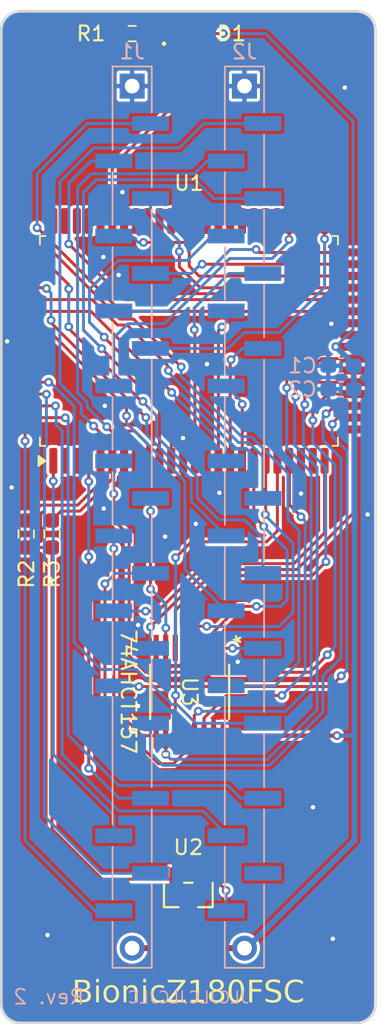
<source format=kicad_pcb>
(kicad_pcb (version 20241229) (generator "pcbnew") (generator_version "9.0")
  (title_block (title "BionicZ180FSC") (date "2025-11-17") (rev "2") (company "Tadashi G. Takaoka"))
  (layers (0 "F.Cu" mixed) (2 "B.Cu" mixed) (13 "F.Paste" user) (15 "B.Paste" user) (5 "F.SilkS" user "F.Silkscreen") (7 "B.SilkS" user "B.Silkscreen") (1 "F.Mask" user) (3 "B.Mask" user) (25 "Edge.Cuts" user))
  (net 0 "")
  (net 1 "VCC")
  (net 2 "GND")
  (net 3 "Net-(D1-K)")
  (net 4 "A12")
  (net 5 "D6")
  (net 6 "~{WAIT}")
  (net 7 "A13")
  (net 8 "D3")
  (net 9 "P33")
  (net 10 "D0")
  (net 11 "D7")
  (net 12 "~{RESET}")
  (net 13 "D1")
  (net 14 "P31")
  (net 15 "P32")
  (net 16 "~{INT0}")
  (net 17 "D5")
  (net 18 "D2")
  (net 19 "P30")
  (net 20 "A14")
  (net 21 "A15")
  (net 22 "D4")
  (net 23 "~{NMI}")
  (net 24 "Net-(J2-P57)")
  (net 26 "ASEL")
  (net 27 "~{MREQ}")
  (net 28 "PHI")
  (net 29 "~{IORQ}")
  (net 30 "A4")
  (net 31 "EXTAL")
  (net 32 "~{WR}")
  (net 33 "A6")
  (net 34 "~{BUSREQ}")
  (net 35 "A2")
  (net 36 "A5")
  (net 37 "A7")
  (net 38 "~{M1}")
  (net 39 "A1")
  (net 40 "~{RD}")
  (net 41 "A3")
  (net 42 "A0")
  (net 43 "~{BUSACK}")
  (net 44 "Net-(U1-~{INT1})")
  (net 45 "Net-(U1-~{INT2})")
  (net 46 "A10")
  (net 48 "A16")
  (net 49 "A17")
  (net 50 "A11")
  (net 51 "A8")
  (net 52 "A19")
  (net 54 "A18")
  (net 56 "A9")
  (footprint "Resistor_SMD:R_0603_1608Metric_Pad0.98x0.95mm_HandSolder" (layer "F.Cu") (at 104.4544 105.433 90)
    (property "Reference" "R3")
    (property "Value" "10k")
  )
  (footprint "ti:PW16-M" (layer "F.Cu") (at 113.791801 116.1264 -90)
    (property "Reference" "U3")
    (property "Value" "74AHCT157")
  )
  (footprint "rhom:LED_CSL1901UW1_ROM-M" (layer "F.Cu") (at 113.7 71.524)
    (property "Reference" "D1")
    (property "Value" "CSL1901UW1")
  )
  (footprint "bionic:PQFP-80_14x20mm_P0.8mm" (layer "F.Cu") (at 113.744 92.349 90)
    (property "Reference" "U1")
    (property "Value" "Z80180FSC")
  )
  (footprint "Resistor_SMD:R_0603_1608Metric_Pad0.98x0.95mm_HandSolder" (layer "F.Cu") (at 102.7018 105.433 90)
    (property "Reference" "R2")
    (property "Value" "10k")
  )
  (footprint "Resistor_SMD:R_0603_1608Metric_Pad0.98x0.95mm_HandSolder" (layer "F.Cu") (at 109.89 71.524 180)
    (property "Reference" "R1")
    (property "Value" "1.6k")
  )
  (footprint "microchip:SOT-23_MC_MCH-M" (layer "F.Cu") (at 113.7 129.894 180)
    (property "Reference" "U2")
    (property "Value" "11AA010-I/TT")
  )
  (footprint "bionic:Bionic-P245_SMT" (layer "B.Cu") (at 117.5308 104.29 180)
    (property "Reference" "J2")
    (property "Value" "Bionic-P245")
  )
  (footprint "bionic:Bionic-P135_SMT" (layer "B.Cu") (at 109.8692 104.29 180)
    (property "Reference" "J1")
    (property "Value" "Bionic-P135")
  )
  (footprint "Capacitor_SMD:C_0603_1608Metric_Pad1.08x0.95mm_HandSolder" (layer "B.Cu") (at 124.061 94.0284 180)
    (property "Reference" "C1")
    (property "Value" "0.1u")
  )
  (footprint "Capacitor_SMD:C_0603_1608Metric_Pad1.08x0.95mm_HandSolder" (layer "B.Cu") (at 124.0621 95.6286 180)
    (property "Reference" "C2")
    (property "Value" "22u")
  )
  (gr_arc (start 102.27 138.58) (mid 101.371974 138.208026) (end 101 137.31) (stroke (width 0.15)) (layer "Edge.Cuts"))
  (gr_line (start 125.13 70) (end 102.27 70) (stroke (width 0.15)) (layer "Edge.Cuts"))
  (gr_line (start 101 137.31) (end 101 71.27) (stroke (width 0.15)) (layer "Edge.Cuts"))
  (gr_arc (start 101 71.27) (mid 101.371974 70.371974) (end 102.27 70) (stroke (width 0.15)) (layer "Edge.Cuts"))
  (gr_line (start 102.27 138.58) (end 125.13 138.58) (stroke (width 0.15)) (layer "Edge.Cuts"))
  (gr_arc (start 125.13 70) (mid 126.028026 70.371974) (end 126.4 71.27) (stroke (width 0.15)) (layer "Edge.Cuts"))
  (gr_arc (start 126.4 137.31) (mid 126.028026 138.208026) (end 125.13 138.58) (stroke (width 0.15)) (layer "Edge.Cuts"))
  (gr_line (start 126.4 137.31) (end 126.4 71.27) (stroke (width 0.15)) (layer "Edge.Cuts"))
  (gr_text "BionicZ180FSC" (at 113.7 136.548 0) (layer "F.SilkS") (effects (font (size 1.5 1.5))))
  (gr_text "74AHCT157" (at 109.636 116.1264 270) (layer "F.SilkS") (effects (font (size 1 1))))
  (gr_text "JLCJLCJLCJLC" (at 113.7 137.31 0) (layer "B.SilkS") (effects (font (size 0.8 0.8)) (justify bottom mirror)))
  (gr_text "Rev. 2" (at 106.715 136.802 0) (layer "B.SilkS") (effects (font (size 1 1)) (justify left mirror)))
  (segment (start 112.748399 128.8264) (end 107.858 128.8264) (width 0.2) (layer "F.Cu") (net 1))
  (segment (start 114.5763 71.524) (end 116.0622 71.524) (width 0.2) (layer "F.Cu") (net 1))
  (segment (start 112.749999 128.828) (end 112.749999 133.497501) (width 0.2) (layer "F.Cu") (net 1))
  (segment (start 104.4544 106.3455) (end 102.7018 106.3455) (width 0.2) (layer "F.Cu") (net 1))
  (segment (start 107.858 128.8264) (end 104.4544 125.4228) (width 0.2) (layer "F.Cu") (net 1))
  (segment (start 124.853 92.733) (end 124.869 92.749) (width 0.4) (layer "F.Cu") (net 1))
  (segment (start 112.749999 128.828) (end 112.748399 128.8264) (width 0.2) (layer "F.Cu") (net 1))
  (segment (start 109.89 133.5) (end 112.7475 133.5) (width 0.4) (layer "F.Cu") (net 1))
  (segment (start 108.544 80.5408) (end 114.5763 74.5085) (width 0.2) (layer "F.Cu") (net 1))
  (segment (start 104.4544 125.4228) (end 104.4544 106.3455) (width 0.2) (layer "F.Cu") (net 1))
  (segment (start 112.749999 133.497501) (end 112.7475 133.5) (width 0.2) (layer "F.Cu") (net 1))
  (segment (start 108.544 84.224) (end 108.544 80.5408) (width 0.2) (layer "F.Cu") (net 1))
  (segment (start 123.7076 92.733) (end 124.853 92.733) (width 0.4) (layer "F.Cu") (net 1))
  (segment (start 114.5763 74.5085) (end 114.5763 71.524) (width 0.2) (layer "F.Cu") (net 1))
  (segment (start 116.0668 119.0982) (end 123.7838 119.0982) (width 0.3) (layer "F.Cu") (net 1))
  (segment (start 112.7475 133.5) (end 117.51 133.5) (width 0.4) (layer "F.Cu") (net 1))
  (via (at 116.0622 71.524) (size 0.6) (drill 0.3) (layers "F.Cu" "B.Cu") (net 1))
  (via (at 123.7076 92.733) (size 0.6) (drill 0.3) (layers "F.Cu" "B.Cu") (net 1))
  (via (at 123.7838 119.0982) (size 0.6) (drill 0.3) (layers "F.Cu" "B.Cu") (net 1))
  (segment (start 124.9246 95.6286) (end 124.9246 94.0295) (width 0.4) (layer "B.Cu") (net 1))
  (segment (start 124.876 91.5646) (end 123.7076 92.733) (width 0.2) (layer "B.Cu") (net 1))
  (segment (start 124.876 77.4676) (end 124.876 91.5646) (width 0.2) (layer "B.Cu") (net 1))
  (segment (start 124.9776 119.0982) (end 124.9776 95.6816) (width 0.4) (layer "B.Cu") (net 1))
  (segment (start 118.9324 71.524) (end 124.876 77.4676) (width 0.2) (layer "B.Cu") (net 1))
  (segment (start 124.9235 94.0284) (end 124.9235 93.9489) (width 0.4) (layer "B.Cu") (net 1))
  (segment (start 116.0622 71.524) (end 118.9324 71.524) (width 0.2) (layer "B.Cu") (net 1))
  (segment (start 123.7838 119.0982) (end 124.9776 119.0982) (width 0.3) (layer "B.Cu") (net 1))
  (segment (start 124.9246 94.0295) (end 124.9235 94.0284) (width 0.4) (layer "B.Cu") (net 1))
  (segment (start 124.9235 93.9489) (end 123.7076 92.733) (width 0.4) (layer "B.Cu") (net 1))
  (segment (start 124.9776 126.1848) (end 124.9776 119.0982) (width 0.4) (layer "B.Cu") (net 1))
  (segment (start 124.9776 95.6816) (end 124.9246 95.6286) (width 0.4) (layer "B.Cu") (net 1))
  (segment (start 117.6624 133.5) (end 124.9776 126.1848) (width 0.4) (layer "B.Cu") (net 1))
  (segment (start 117.51 133.5) (end 117.6624 133.5) (width 0.4) (layer "B.Cu") (net 1))
  (segment (start 102.619 91.949) (end 102.619 92.749) (width 0.4) (layer "F.Cu") (net 2))
  (via (at 115.8082 102.639) (size 0.6) (drill 0.3) (layers "F.Cu" "B.Cu") (net 2))
  (via (at 108.0358 96.7462) (size 0.6) (drill 0.3) (layers "F.Cu" "B.Cu") (net 2))
  (via (at 121.3454 102.6898) (size 0.6) (drill 0.3) (layers "F.Cu" "B.Cu") (net 2))
  (via (at 117.0528 114.0944) (size 0.6) (drill 0.3) (layers "F.Cu" "B.Cu") (net 2))
  (via (at 110.2964 117.0916) (size 0.6) (drill 0.3) (layers "F.Cu" "B.Cu") (net 2))
  (via (at 107.9596 103.7058) (size 0.6) (drill 0.3) (layers "F.Cu" "B.Cu") (net 2))
  (via (at 113.3444 98.9306) (size 0.6) (drill 0.3) (layers "F.Cu" "B.Cu") (net 2))
  (via (at 104.1496 132.611) (size 0.6) (drill 0.3) (layers "F.Cu" "B.Cu") (net 2))
  (via (at 110.2964 111.6052) (size 0.6) (drill 0.3) (layers "F.Cu" "B.Cu") (net 2))
  (via (at 124.3172 75.1816) (size 0.6) (drill 0.3) (layers "F.Cu" "B.Cu") (net 2))
  (via (at 123.5044 132.865) (size 0.6) (drill 0.3) (layers "F.Cu" "B.Cu") (net 2))
  (via (at 125.8666 104.1122) (size 0.6) (drill 0.3) (layers "F.Cu" "B.Cu") (net 2))
  (via (at 109.2296 82.2682) (size 0.6) (drill 0.3) (layers "F.Cu" "B.Cu") (net 2))
  (via (at 114.97 93.9268) (size 0.6) (drill 0.3) (layers "F.Cu" "B.Cu") (net 2))
  (via (at 101.4064 92.3774) (size 0.6) (drill 0.3) (layers "F.Cu" "B.Cu") (net 2))
  (via (at 108.9756 87.8816) (size 0.6) (drill 0.3) (layers "F.Cu" "B.Cu") (net 2))
  (via (at 101.7112 102.2834) (size 0.6) (drill 0.3) (layers "F.Cu" "B.Cu") (net 2))
  (via (at 107.9342 86.6624) (size 0.6) (drill 0.3) (layers "F.Cu" "B.Cu") (net 2))
  (via (at 123.4028 91.1836) (size 0.6) (drill 0.3) (layers "F.Cu" "B.Cu") (net 2))
  (via (at 114.208 104.7472) (size 0.6) (drill 0.3) (layers "F.Cu" "B.Cu") (net 2))
  (via (at 122.1582 123.9496) (size 0.6) (drill 0.3) (layers "F.Cu" "B.Cu") (net 2))
  (via (at 112.1252 105.6108) (size 0.6) (drill 0.3) (layers "F.Cu" "B.Cu") (net 2))
  (segment (start 110.8025 71.524) (end 112.8237 71.524) (width 0.2) (layer "F.Cu") (net 3))
  (segment (start 110.8044 110.6646) (end 111.6351 110.6646) (width 0.2) (layer "F.Cu") (net 4))
  (segment (start 120.8628 107.4396) (end 122.944 105.3584) (width 0.2) (layer "F.Cu") (net 4))
  (segment (start 122.944 105.3584) (end 122.944 100.474) (width 0.2) (layer "F.Cu") (net 4))
  (segment (start 114.8601 107.4396) (end 120.8628 107.4396) (width 0.2) (layer "F.Cu") (net 4))
  (segment (start 111.6351 110.6646) (end 114.8601 107.4396) (width 0.2) (layer "F.Cu") (net 4))
  (via (at 110.8044 110.6646) (size 0.6) (drill 0.3) (layers "F.Cu" "B.Cu") (net 4))
  (segment (start 110.2202 110.6654) (end 108.6708 110.6654) (width 0.2) (layer "B.Cu") (net 4))
  (segment (start 110.221 110.6646) (end 110.2202 110.6654) (width 0.2) (layer "B.Cu") (net 4))
  (segment (start 108.6708 110.6654) (end 108.6454 110.64) (width 0.2) (layer "B.Cu") (net 4))
  (segment (start 110.8044 110.6646) (end 110.221 110.6646) (width 0.2) (layer "B.Cu") (net 4))
  (segment (start 122.944 85.4416) (end 122.9456 85.4432) (width 0.2) (layer "F.Cu") (net 5))
  (segment (start 122.944 84.224) (end 122.944 85.4416) (width 0.2) (layer "F.Cu") (net 5))
  (via (at 122.9456 85.4432) (size 0.6) (drill 0.3) (layers "F.Cu" "B.Cu") (net 5))
  (segment (start 117.4973 91.7805) (end 116.4178 92.86) (width 0.2) (layer "B.Cu") (net 5))
  (segment (start 122.9456 85.4432) (end 122.9456 88.7198) (width 0.2) (layer "B.Cu") (net 5))
  (segment (start 116.4178 92.86) (end 111.1346 92.86) (width 0.2) (layer "B.Cu") (net 5))
  (segment (start 122.9456 88.7198) (end 119.8849 91.7805) (width 0.2) (layer "B.Cu") (net 5))
  (segment (start 119.8849 91.7805) (end 117.4973 91.7805) (width 0.2) (layer "B.Cu") (net 5))
  (segment (start 103.9112 95.949) (end 102.619 95.949) (width 0.2) (layer "F.Cu") (net 6))
  (segment (start 103.921 95.9588) (end 103.9112 95.949) (width 0.2) (layer "F.Cu") (net 6))
  (segment (start 104.0734 95.9588) (end 103.921 95.9588) (width 0.2) (layer "F.Cu") (net 6))
  (via (at 104.0734 95.9588) (size 0.6) (drill 0.3) (layers "F.Cu" "B.Cu") (net 6))
  (segment (start 107.8072 128.42) (end 111.1346 128.42) (width 0.2) (layer "B.Cu") (net 6))
  (segment (start 103.9464 101.595457) (end 103.9392 101.602657) (width 0.2) (layer "B.Cu") (net 6))
  (segment (start 103.9392 101.602657) (end 103.9392 124.552) (width 0.2) (layer "B.Cu") (net 6))
  (segment (start 103.9392 124.552) (end 107.8072 128.42) (width 0.2) (layer "B.Cu") (net 6))
  (segment (start 104.0734 99.4894) (end 103.9464 99.6164) (width 0.2) (layer "B.Cu") (net 6))
  (segment (start 103.9464 99.6164) (end 103.9464 101.595457) (width 0.2) (layer "B.Cu") (net 6))
  (segment (start 104.0734 95.9588) (end 104.0734 99.4894) (width 0.2) (layer "B.Cu") (net 6))
  (segment (start 111.1346 111.7322) (end 115.0262 107.8406) (width 0.2) (layer "F.Cu") (net 7))
  (segment (start 121.0714 107.8406) (end 124.869 104.043) (width 0.2) (layer "F.Cu") (net 7))
  (segment (start 115.0262 107.8406) (end 121.0714 107.8406) (width 0.2) (layer "F.Cu") (net 7))
  (segment (start 124.869 104.043) (end 124.869 98.349) (width 0.2) (layer "F.Cu") (net 7))
  (via (at 111.1346 111.7322) (size 0.6) (drill 0.3) (layers "F.Cu" "B.Cu") (net 7))
  (segment (start 111.1346 111.7322) (end 111.1346 113.18) (width 0.2) (layer "B.Cu") (net 7))
  (segment (start 113.7635 85.9893) (end 113.7635 87.2847) (width 0.2) (layer "F.Cu") (net 8))
  (segment (start 115.8248 87.9578) (end 115.8336 87.949) (width 0.2) (layer "F.Cu") (net 8))
  (segment (start 113.446 85.6718) (end 113.7635 85.9893) (width 0.2) (layer "F.Cu") (net 8))
  (segment (start 110.655298 85.6718) (end 113.446 85.6718) (width 0.2) (layer "F.Cu") (net 8))
  (segment (start 115.8336 87.949) (end 124.869 87.949) (width 0.2) (layer "F.Cu") (net 8))
  (segment (start 113.7635 87.2847) (end 114.4366 87.9578) (width 0.2) (layer "F.Cu") (net 8))
  (segment (start 114.4366 87.9578) (end 115.8248 87.9578) (width 0.2) (layer "F.Cu") (net 8))
  (via (at 110.655298 85.6718) (size 0.6) (drill 0.3) (layers "F.Cu" "B.Cu") (net 8))
  (segment (start 110.655298 85.6718) (end 110.2964 85.6718) (width 0.2) (layer "B.Cu") (net 8))
  (segment (start 110.2964 85.6718) (end 109.8646 85.24) (width 0.2) (layer "B.Cu") (net 8))
  (segment (start 109.8646 85.24) (end 108.6454 85.24) (width 0.2) (layer "B.Cu") (net 8))
  (segment (start 111.668 121.0032) (end 108.0454 117.3806) (width 0.2) (layer "F.Cu") (net 9))
  (segment (start 113.4668 119.0982) (end 113.4668 120.2204) (width 0.2) (layer "F.Cu") (net 9))
  (segment (start 108.0454 117.3806) (end 108.0454 108.8112) (width 0.2) (layer "F.Cu") (net 9))
  (segment (start 113.4668 120.2204) (end 112.684 121.0032) (width 0.2) (layer "F.Cu") (net 9))
  (segment (start 112.684 121.0032) (end 111.668 121.0032) (width 0.2) (layer "F.Cu") (net 9))
  (via (at 108.0454 108.8112) (size 0.6) (drill 0.3) (layers "F.Cu" "B.Cu") (net 9))
  (segment (start 108.7566 108.1) (end 111.1346 108.1) (width 0.2) (layer "B.Cu") (net 9))
  (segment (start 108.0454 108.8112) (end 108.7566 108.1) (width 0.2) (layer "B.Cu") (net 9))
  (segment (start 109.1316 90.349) (end 124.869 90.349) (width 0.2) (layer "F.Cu") (net 10))
  (segment (start 103.4638 84.6812) (end 109.1316 90.349) (width 0.2) (layer "F.Cu") (net 10))
  (segment (start 103.4384 84.6812) (end 103.4638 84.6812) (width 0.2) (layer "F.Cu") (net 10))
  (via (at 103.4384 84.6812) (size 0.6) (drill 0.3) (layers "F.Cu" "B.Cu") (net 10))
  (segment (start 103.4384 84.6812) (end 103.4384 81.0236) (width 0.2) (layer "B.Cu") (net 10))
  (segment (start 103.4384 81.0236) (end 106.842 77.62) (width 0.2) (layer "B.Cu") (net 10))
  (segment (start 106.842 77.62) (end 111.1346 77.62) (width 0.2) (layer "B.Cu") (net 10))
  (segment (start 120.544 84.224) (end 120.544 85.4572) (width 0.2) (layer "F.Cu") (net 11))
  (segment (start 120.544 85.4572) (end 120.5326 85.4686) (width 0.2) (layer "F.Cu") (net 11))
  (via (at 120.5326 85.4686) (size 0.6) (drill 0.3) (layers "F.Cu" "B.Cu") (net 11))
  (segment (start 119.3896 86.764) (end 116.5023 86.764) (width 0.2) (layer "B.Cu") (net 11))
  (segment (start 112.0827 91.1836) (end 109.5979 91.1836) (width 0.2) (layer "B.Cu") (net 11))
  (segment (start 120.5326 85.621) (end 119.3896 86.764) (width 0.2) (layer "B.Cu") (net 11))
  (segment (start 120.5326 85.4686) (end 120.5326 85.621) (width 0.2) (layer "B.Cu") (net 11))
  (segment (start 109.5979 91.1836) (end 108.6454 92.1361) (width 0.2) (layer "B.Cu") (net 11))
  (segment (start 108.6454 92.1361) (end 108.6454 95.4) (width 0.2) (layer "B.Cu") (net 11))
  (segment (start 116.5023 86.764) (end 112.0827 91.1836) (width 0.2) (layer "B.Cu") (net 11))
  (segment (start 102.6256 98.3556) (end 102.619 98.349) (width 0.2) (layer "F.Cu") (net 12))
  (segment (start 102.6256 99.1338) (end 102.6256 98.3556) (width 0.2) (layer "F.Cu") (net 12))
  (via (at 102.6256 99.1338) (size 0.6) (drill 0.3) (layers "F.Cu" "B.Cu") (net 12))
  (segment (start 108.5946 131.0108) (end 108.6454 130.96) (width 0.2) (layer "B.Cu") (net 12))
  (segment (start 102.6256 126.2102) (end 107.4262 131.0108) (width 0.2) (layer "B.Cu") (net 12))
  (segment (start 102.6256 99.1338) (end 102.6256 126.2102) (width 0.2) (layer "B.Cu") (net 12))
  (segment (start 107.4262 131.0108) (end 108.5946 131.0108) (width 0.2) (layer "B.Cu") (net 12))
  (segment (start 109.3626 89.549) (end 124.869 89.549) (width 0.2) (layer "F.Cu") (net 13))
  (segment (start 105.587 85.7734) (end 109.3626 89.549) (width 0.2) (layer "F.Cu") (net 13))
  (via (at 105.587 85.7734) (size 0.6) (drill 0.3) (layers "F.Cu" "B.Cu") (net 13))
  (segment (start 105.5974 85.763) (end 105.5974 81.6586) (width 0.2) (layer "B.Cu") (net 13))
  (segment (start 107.096 80.16) (end 108.6454 80.16) (width 0.2) (layer "B.Cu") (net 13))
  (segment (start 105.5974 81.6586) (end 107.096 80.16) (width 0.2) (layer "B.Cu") (net 13))
  (segment (start 105.587 85.7734) (end 105.5974 85.763) (width 0.2) (layer "B.Cu") (net 13))
  (segment (start 111.1346 109.1668) (end 111.1346 103.8582) (width 0.2) (layer "F.Cu") (net 14))
  (segment (start 111.1346 103.8582) (end 111.1346 103.8836) (width 0.2) (layer "F.Cu") (net 14))
  (segment (start 112.166803 113.1546) (end 112.166803 111.817597) (width 0.2) (layer "F.Cu") (net 14))
  (segment (start 112.166803 111.817597) (end 112.176 111.8084) (width 0.2) (layer "F.Cu") (net 14))
  (via (at 111.1346 109.1668) (size 0.6) (drill 0.3) (layers "F.Cu" "B.Cu") (net 14))
  (via (at 112.176 111.8084) (size 0.6) (drill 0.3) (layers "F.Cu" "B.Cu") (net 14))
  (via (at 111.1346 103.8836) (size 0.6) (drill 0.3) (layers "F.Cu" "B.Cu") (net 14))
  (segment (start 111.1346 109.1668) (end 111.16 109.1668) (width 0.2) (layer "B.Cu") (net 14))
  (segment (start 111.1346 103.8836) (end 111.1346 103.02) (width 0.2) (layer "B.Cu") (net 14))
  (segment (start 111.16 109.1668) (end 112.176 110.1828) (width 0.2) (layer "B.Cu") (net 14))
  (segment (start 112.176 110.1828) (end 112.176 111.8084) (width 0.2) (layer "B.Cu") (net 14))
  (segment (start 111.516802 119.0982) (end 110.5504 119.0982) (width 0.2) (layer "F.Cu") (net 15))
  (segment (start 110.5504 119.0982) (end 108.6454 117.1932) (width 0.2) (layer "F.Cu") (net 15))
  (segment (start 108.6454 117.1932) (end 108.6454 106.4236) (width 0.2) (layer "F.Cu") (net 15))
  (via (at 108.6454 106.4236) (size 0.6) (drill 0.3) (layers "F.Cu" "B.Cu") (net 15))
  (segment (start 108.6454 106.4236) (end 108.6454 105.56) (width 0.2) (layer "B.Cu") (net 15))
  (segment (start 106.944 106.9824) (end 106.944 121.308) (width 0.2) (layer "F.Cu") (net 16))
  (segment (start 106.944 101.877) (end 106.944 100.474) (width 0.2) (layer "F.Cu") (net 16))
  (via (at 106.944 121.308) (size 0.6) (drill 0.3) (layers "F.Cu" "B.Cu") (net 16))
  (via (at 106.944 106.9824) (size 0.6) (drill 0.3) (layers "F.Cu" "B.Cu") (net 16))
  (via (at 106.944 101.877) (size 0.6) (drill 0.3) (layers "F.Cu" "B.Cu") (net 16))
  (segment (start 109.001 123.34) (end 111.1346 123.34) (width 0.2) (layer "B.Cu") (net 16))
  (segment (start 106.944 101.877) (end 106.944 106.9824) (width 0.2) (layer "B.Cu") (net 16))
  (segment (start 106.944 121.308) (end 106.969 121.308) (width 0.2) (layer "B.Cu") (net 16))
  (segment (start 106.969 121.308) (end 109.001 123.34) (width 0.2) (layer "B.Cu") (net 16))
  (segment (start 123.6146 86.349) (end 124.869 86.349) (width 0.2) (layer "F.Cu") (net 17))
  (segment (start 118.2974 86.1544) (end 118.5006 86.3576) (width 0.2) (layer "F.Cu") (net 17))
  (segment (start 118.5006 86.3576) (end 123.606 86.3576) (width 0.2) (layer "F.Cu") (net 17))
  (segment (start 123.606 86.3576) (end 123.6146 86.349) (width 0.2) (layer "F.Cu") (net 17))
  (via (at 118.2974 86.1544) (size 0.6) (drill 0.3) (layers "F.Cu" "B.Cu") (net 17))
  (segment (start 118.2974 86.1544) (end 116.5448 86.1544) (width 0.2) (layer "B.Cu") (net 17))
  (segment (start 116.5448 86.1544) (end 112.3792 90.32) (width 0.2) (layer "B.Cu") (net 17))
  (segment (start 112.3792 90.32) (end 108.6454 90.32) (width 0.2) (layer "B.Cu") (net 17))
  (segment (start 113.093135 87.325535) (end 114.5166 88.749) (width 0.2) (layer "F.Cu") (net 18))
  (segment (start 113.093135 86.291) (end 113.093135 87.325535) (width 0.2) (layer "F.Cu") (net 18))
  (segment (start 114.5166 88.749) (end 124.869 88.749) (width 0.2) (layer "F.Cu") (net 18))
  (via (at 113.093135 86.291) (size 0.6) (drill 0.3) (layers "F.Cu" "B.Cu") (net 18))
  (segment (start 111.1346 83.6398) (end 111.1346 82.7) (width 0.2) (layer "B.Cu") (net 18))
  (segment (start 113.093135 85.598335) (end 111.1346 83.6398) (width 0.2) (layer "B.Cu") (net 18))
  (segment (start 113.093135 86.291) (end 113.093135 85.598335) (width 0.2) (layer "B.Cu") (net 18))
  (segment (start 113.573 114.8056) (end 114.116802 114.261798) (width 0.2) (layer "F.Cu") (net 19))
  (segment (start 109.6868 113.688) (end 110.8044 114.8056) (width 0.2) (layer "F.Cu") (net 19))
  (segment (start 108.6454 102.7152) (end 108.6454 104.4932) (width 0.2) (layer "F.Cu") (net 19))
  (segment (start 109.6868 105.5346) (end 109.6868 113.688) (width 0.2) (layer "F.Cu") (net 19))
  (segment (start 110.8044 114.8056) (end 113.573 114.8056) (width 0.2) (layer "F.Cu") (net 19))
  (segment (start 108.6454 104.4932) (end 109.6868 105.5346) (width 0.2) (layer "F.Cu") (net 19))
  (segment (start 114.116802 114.261798) (end 114.116802 113.1546) (width 0.2) (layer "F.Cu") (net 19))
  (via (at 108.6454 102.7152) (size 0.6) (drill 0.3) (layers "F.Cu" "B.Cu") (net 19))
  (segment (start 108.6454 102.7152) (end 108.6454 100.48) (width 0.2) (layer "B.Cu") (net 19))
  (segment (start 124.0759 115.0469) (end 123.352 115.7708) (width 0.2) (layer "F.Cu") (net 20))
  (segment (start 123.479 97.9908) (end 123.479 97.9146) (width 0.2) (layer "F.Cu") (net 20))
  (segment (start 123.479 97.9146) (end 123.8446 97.549) (width 0.2) (layer "F.Cu") (net 20))
  (segment (start 123.352 115.7708) (end 110.3472 115.7708) (width 0.2) (layer "F.Cu") (net 20))
  (segment (start 123.8446 97.549) (end 124.869 97.549) (width 0.2) (layer "F.Cu") (net 20))
  (via (at 123.479 97.9908) (size 0.6) (drill 0.3) (layers "F.Cu" "B.Cu") (net 20))
  (via (at 124.0759 115.0469) (size 0.6) (drill 0.3) (layers "F.Cu" "B.Cu") (net 20))
  (via (at 110.3472 115.7708) (size 0.6) (drill 0.3) (layers "F.Cu" "B.Cu") (net 20))
  (segment (start 124.4588 114.664) (end 124.0759 115.0469) (width 0.2) (layer "B.Cu") (net 20))
  (segment (start 123.4536 98.8036) (end 124.4588 99.8088) (width 0.2) (layer "B.Cu") (net 20))
  (segment (start 110.3472 115.7708) (end 110.2964 115.72) (width 0.2) (layer "B.Cu") (net 20))
  (segment (start 123.4536 98.0162) (end 123.4536 98.8036) (width 0.2) (layer "B.Cu") (net 20))
  (segment (start 123.479 97.9908) (end 123.4536 98.0162) (width 0.2) (layer "B.Cu") (net 20))
  (segment (start 110.2964 115.72) (end 108.6454 115.72) (width 0.2) (layer "B.Cu") (net 20))
  (segment (start 124.4588 99.8088) (end 124.4588 114.664) (width 0.2) (layer "B.Cu") (net 20))
  (segment (start 123.0472 97.2796) (end 123.098 97.2796) (width 0.2) (layer "F.Cu") (net 21))
  (segment (start 123.6286 96.749) (end 124.869 96.749) (width 0.2) (layer "F.Cu") (net 21))
  (segment (start 123.098 97.2796) (end 123.6286 96.749) (width 0.2) (layer "F.Cu") (net 21))
  (via (at 123.0472 97.2796) (size 0.6) (drill 0.3) (layers "F.Cu" "B.Cu") (net 21))
  (segment (start 124.0578 113.8204) (end 122.8386 115.0396) (width 0.2) (layer "B.Cu") (net 21))
  (segment (start 119.2372 121.1048) (end 111.9728 121.1048) (width 0.2) (layer "B.Cu") (net 21))
  (segment (start 122.844 97.4828) (end 122.844 99.0744) (width 0.2) (layer "B.Cu") (net 21))
  (segment (start 122.844 99.0744) (end 124.0578 100.2882) (width 0.2) (layer "B.Cu") (net 21))
  (segment (start 111.1346 120.2666) (end 111.1346 118.26) (width 0.2) (layer "B.Cu") (net 21))
  (segment (start 122.8386 117.5034) (end 119.2372 121.1048) (width 0.2) (layer "B.Cu") (net 21))
  (segment (start 124.0578 100.2882) (end 124.0578 113.8204) (width 0.2) (layer "B.Cu") (net 21))
  (segment (start 122.8386 115.0396) (end 122.8386 117.5034) (width 0.2) (layer "B.Cu") (net 21))
  (segment (start 111.9728 121.1048) (end 111.1346 120.2666) (width 0.2) (layer "B.Cu") (net 21))
  (segment (start 123.0472 97.2796) (end 122.844 97.4828) (width 0.2) (layer "B.Cu") (net 21))
  (segment (start 114.638415 87.149) (end 124.869 87.149) (width 0.2) (layer "F.Cu") (net 22))
  (via (at 114.638415 87.149) (size 0.6) (drill 0.3) (layers "F.Cu" "B.Cu") (net 22))
  (segment (start 114.496785 87.149) (end 114.492785 87.145) (width 0.2) (layer "B.Cu") (net 22))
  (segment (start 114.492785 87.145) (end 114.492785 87.190415) (width 0.2) (layer "B.Cu") (net 22))
  (segment (start 114.638415 87.149) (end 114.496785 87.149) (width 0.2) (layer "B.Cu") (net 22))
  (segment (start 114.492785 87.190415) (end 113.9032 87.78) (width 0.2) (layer "B.Cu") (net 22))
  (segment (start 113.9032 87.78) (end 111.1346 87.78) (width 0.2) (layer "B.Cu") (net 22))
  (segment (start 104.544 101.8478) (end 104.544 100.474) (width 0.2) (layer "F.Cu") (net 23))
  (segment (start 104.5402 101.8516) (end 104.544 101.8478) (width 0.2) (layer "F.Cu") (net 23))
  (via (at 104.5402 101.8516) (size 0.6) (drill 0.3) (layers "F.Cu" "B.Cu") (net 23))
  (segment (start 108.6454 124.483) (end 104.5402 120.3778) (width 0.2) (layer "B.Cu") (net 23))
  (segment (start 104.5402 120.3778) (end 104.5402 101.8516) (width 0.2) (layer "B.Cu") (net 23))
  (segment (start 108.6454 125.88) (end 108.6454 124.483) (width 0.2) (layer "B.Cu") (net 23))
  (segment (start 114.650001 128.828) (end 115.505 128.828) (width 0.2) (layer "F.Cu") (net 24))
  (segment (start 115.505 128.828) (end 116.2654 129.5884) (width 0.2) (layer "F.Cu") (net 24))
  (via (at 116.2654 129.5884) (size 0.6) (drill 0.3) (layers "F.Cu" "B.Cu") (net 24))
  (segment (start 116.2654 129.5884) (end 116.2654 130.96) (width 0.2) (layer "B.Cu") (net 24))
  (segment (start 116.0922 113.18) (end 116.0668 113.1546) (width 0.2) (layer "F.Cu") (net 26))
  (segment (start 116.6972 113.18) (end 116.0922 113.18) (width 0.2) (layer "F.Cu") (net 26))
  (via (at 116.6972 113.18) (size 0.6) (drill 0.3) (layers "F.Cu" "B.Cu") (net 26))
  (segment (start 118.7546 113.18) (end 116.6972 113.18) (width 0.2) (layer "B.Cu") (net 26))
  (segment (start 105.699 91.6154) (end 105.699 91.4988) (width 0.2) (layer "F.Cu") (net 27))
  (segment (start 105.699 91.4988) (end 105.587 91.3868) (width 0.2) (layer "F.Cu") (net 27))
  (segment (start 104.2044 87.149) (end 102.619 87.149) (width 0.2) (layer "F.Cu") (net 27))
  (segment (start 110.621435 96.446565) (end 110.530165 96.446565) (width 0.2) (layer "F.Cu") (net 27))
  (segment (start 110.530165 96.446565) (end 105.699 91.6154) (width 0.2) (layer "F.Cu") (net 27))
  (segment (start 105.587 88.5316) (end 104.2044 87.149) (width 0.2) (layer "F.Cu") (net 27))
  (segment (start 105.587 88.8214) (end 105.587 88.5316) (width 0.2) (layer "F.Cu") (net 27))
  (via (at 105.587 88.8214) (size 0.6) (drill 0.3) (layers "F.Cu" "B.Cu") (net 27))
  (via (at 105.587 91.3868) (size 0.6) (drill 0.3) (layers "F.Cu" "B.Cu") (net 27))
  (via (at 110.621435 96.446565) (size 0.6) (drill 0.3) (layers "F.Cu" "B.Cu") (net 27))
  (segment (start 111.425635 97.289822) (end 111.425635 97.291235) (width 0.2) (layer "B.Cu") (net 27))
  (segment (start 115.7828 104.4678) (end 117.51 104.4678) (width 0.2) (layer "B.Cu") (net 27))
  (segment (start 117.8012 104.759) (end 117.8214 104.759) (width 0.2) (layer "B.Cu") (net 27))
  (segment (start 110.6012 96.4668) (end 111.072165 96.937765) (width 0.2) (layer "B.Cu") (net 27))
  (segment (start 117.51 104.4678) (end 117.8012 104.759) (width 0.2) (layer "B.Cu") (net 27))
  (segment (start 117.8214 104.7792) (end 118.7546 105.7124) (width 0.2) (layer "B.Cu") (net 27))
  (segment (start 111.425635 97.291235) (end 111.541 97.4066) (width 0.2) (layer "B.Cu") (net 27))
  (segment (start 105.587 88.8214) (end 105.587 91.3868) (width 0.2) (layer "B.Cu") (net 27))
  (segment (start 111.072165 96.937765) (end 111.073578 96.937765) (width 0.2) (layer "B.Cu") (net 27))
  (segment (start 114.3042 102.9892) (end 115.7828 104.4678) (width 0.2) (layer "B.Cu") (net 27))
  (segment (start 111.541 97.4066) (end 111.541 98.8124) (width 0.2) (layer "B.Cu") (net 27))
  (segment (start 111.541 98.8124) (end 114.3042 101.5756) (width 0.2) (layer "B.Cu") (net 27))
  (segment (start 111.073578 96.937765) (end 111.425635 97.289822) (width 0.2) (layer "B.Cu") (net 27))
  (segment (start 118.7546 105.7124) (end 118.7546 108.1) (width 0.2) (layer "B.Cu") (net 27))
  (segment (start 114.3042 101.5756) (end 114.3042 102.9892) (width 0.2) (layer "B.Cu") (net 27))
  (segment (start 110.621435 96.446565) (end 110.6012 96.4668) (width 0.2) (layer "B.Cu") (net 27))
  (segment (start 117.8214 104.759) (end 117.8214 104.7792) (width 0.2) (layer "B.Cu") (net 27))
  (segment (start 103.737857 91.149) (end 109.509 96.920143) (width 0.2) (layer "F.Cu") (net 28))
  (segment (start 109.509 96.920143) (end 109.509 97.432) (width 0.2) (layer "F.Cu") (net 28))
  (segment (start 102.619 91.149) (end 103.737857 91.149) (width 0.2) (layer "F.Cu") (net 28))
  (via (at 109.509 97.432) (size 0.6) (drill 0.3) (layers "F.Cu" "B.Cu") (net 28))
  (segment (start 113.4714 107.846) (end 116.2654 110.64) (width 0.2) (layer "B.Cu") (net 28))
  (segment (start 109.509 97.9146) (end 113.4714 101.877) (width 0.2) (layer "B.Cu") (net 28))
  (segment (start 109.509 97.432) (end 109.509 97.9146) (width 0.2) (layer "B.Cu") (net 28))
  (segment (start 113.4714 101.877) (end 113.4714 107.846) (width 0.2) (layer "B.Cu") (net 28))
  (segment (start 109.06035 90.87025) (end 104.5391 86.349) (width 0.2) (layer "F.Cu") (net 29))
  (segment (start 113.2174 94.1046) (end 109.98305 90.87025) (width 0.2) (layer "F.Cu") (net 29))
  (segment (start 104.5391 86.349) (end 102.619 86.349) (width 0.2) (layer "F.Cu") (net 29))
  (segment (start 109.98305 90.87025) (end 109.06035 90.87025) (width 0.2) (layer "F.Cu") (net 29))
  (via (at 113.2174 94.1046) (size 0.6) (drill 0.3) (layers "F.Cu" "B.Cu") (net 29))
  (segment (start 120.4564 104.4424) (end 121.2238 105.2098) (width 0.2) (layer "B.Cu") (net 29))
  (segment (start 121.2238 105.2098) (end 121.2238 105.8803) (width 0.2) (layer "B.Cu") (net 29))
  (segment (start 113.2174 94.1046) (end 113.2174 94.7396) (width 0.2) (layer "B.Cu") (net 29))
  (segment (start 113.2174 94.7396) (end 117.3122 98.8344) (width 0.2) (layer "B.Cu") (net 29))
  (segment (start 121.2238 105.8803) (end 121.2076 105.8965) (width 0.2) (layer "B.Cu") (net 29))
  (segment (start 117.3122 98.8344) (end 117.9726 98.8344) (width 0.2) (layer "B.Cu") (net 29))
  (segment (start 117.9726 98.8344) (end 120.4564 101.3182) (width 0.2) (layer "B.Cu") (net 29))
  (segment (start 120.4564 101.3182) (end 120.4564 104.4424) (width 0.2) (layer "B.Cu") (net 29))
  (segment (start 121.2076 114.1052) (end 119.5928 115.72) (width 0.2) (layer "B.Cu") (net 29))
  (segment (start 119.5928 115.72) (end 116.2654 115.72) (width 0.2) (layer "B.Cu") (net 29))
  (segment (start 121.2076 105.8965) (end 121.2076 114.1052) (width 0.2) (layer "B.Cu") (net 29))
  (segment (start 114.1064 91.59) (end 114.144 91.6276) (width 0.2) (layer "F.Cu") (net 30))
  (segment (start 114.144 91.6276) (end 114.144 100.474) (width 0.2) (layer "F.Cu") (net 30))
  (via (at 114.1064 91.59) (size 0.6) (drill 0.3) (layers "F.Cu" "B.Cu") (net 30))
  (segment (start 116.4484 87.78) (end 118.7546 87.78) (width 0.2) (layer "B.Cu") (net 30))
  (segment (start 114.1064 91.59) (end 114.1064 90.122) (width 0.2) (layer "B.Cu") (net 30))
  (segment (start 114.1064 90.122) (end 116.4484 87.78) (width 0.2) (layer "B.Cu") (net 30))
  (segment (start 102.622 95.146) (end 102.619 95.149) (width 0.2) (layer "F.Cu") (net 31))
  (segment (start 104.2258 95.146) (end 102.622 95.146) (width 0.2) (layer "F.Cu") (net 31))
  (via (at 104.2258 95.146) (size 0.6) (drill 0.3) (layers "F.Cu" "B.Cu") (net 31))
  (segment (start 104.2258 95.146) (end 104.3274 95.146) (width 0.2) (layer "B.Cu") (net 31))
  (segment (start 112.5697 116.99) (end 112.938 116.99) (width 0.2) (layer "B.Cu") (net 31))
  (segment (start 110.1948 114.6151) (end 112.5697 116.99) (width 0.2) (layer "B.Cu") (net 31))
  (segment (start 104.3274 95.146) (end 105.953 96.7716) (width 0.2) (layer "B.Cu") (net 31))
  (segment (start 107.7945 114.6151) (end 110.1948 114.6151) (width 0.2) (layer "B.Cu") (net 31))
  (segment (start 105.953 96.7716) (end 105.953 112.7736) (width 0.2) (layer "B.Cu") (net 31))
  (segment (start 114.208 118.26) (end 118.7546 118.26) (width 0.2) (layer "B.Cu") (net 31))
  (segment (start 105.953 112.7736) (end 107.7945 114.6151) (width 0.2) (layer "B.Cu") (net 31))
  (segment (start 112.938 116.99) (end 114.208 118.26) (width 0.2) (layer "B.Cu") (net 31))
  (segment (start 108.89425 91.27125) (end 107.172 89.549) (width 0.2) (layer "F.Cu") (net 32))
  (segment (start 112.3538 94.3586) (end 112.297835 94.414565) (width 0.2) (layer "F.Cu") (net 32))
  (segment (start 107.172 89.549) (end 102.619 89.549) (width 0.2) (layer "F.Cu") (net 32))
  (segment (start 112.297835 94.414565) (end 112.297835 94.023235) (width 0.2) (layer "F.Cu") (net 32))
  (segment (start 109.54585 91.27125) (end 108.89425 91.27125) (width 0.2) (layer "F.Cu") (net 32))
  (segment (start 112.297835 94.023235) (end 109.54585 91.27125) (width 0.2) (layer "F.Cu") (net 32))
  (via (at 112.3538 94.3586) (size 0.6) (drill 0.3) (layers "F.Cu" "B.Cu") (net 32))
  (segment (start 117.8065 99.2354) (end 118.7546 100.1835) (width 0.2) (layer "B.Cu") (net 32))
  (segment (start 118.7546 100.1835) (end 118.7546 103.02) (width 0.2) (layer "B.Cu") (net 32))
  (segment (start 112.3538 94.4856) (end 117.1036 99.2354) (width 0.2) (layer "B.Cu") (net 32))
  (segment (start 117.1036 99.2354) (end 117.8065 99.2354) (width 0.2) (layer "B.Cu") (net 32))
  (segment (start 112.3538 94.3586) (end 112.3538 94.4856) (width 0.2) (layer "B.Cu") (net 32))
  (segment (start 116.544 93.6736) (end 116.544 100.474) (width 0.2) (layer "F.Cu") (net 33))
  (segment (start 116.5956 93.622) (end 116.544 93.6736) (width 0.2) (layer "F.Cu") (net 33))
  (via (at 116.5956 93.622) (size 0.6) (drill 0.3) (layers "F.Cu" "B.Cu") (net 33))
  (segment (start 118.7546 92.86) (end 117.3576 92.86) (width 0.2) (layer "B.Cu") (net 33))
  (segment (start 117.3576 92.86) (end 116.5956 93.622) (width 0.2) (layer "B.Cu") (net 33))
  (segment (start 105.353 97.559) (end 105.283 97.559) (width 0.2) (layer "F.Cu") (net 34))
  (segment (start 105.283 97.559) (end 105.273 97.549) (width 0.2) (layer "F.Cu") (net 34))
  (segment (start 105.273 97.549) (end 102.619 97.549) (width 0.2) (layer "F.Cu") (net 34))
  (via (at 105.353 97.559) (size 0.6) (drill 0.3) (layers "F.Cu" "B.Cu") (net 34))
  (segment (start 116.3924 122.4764) (end 117.256 123.34) (width 0.2) (layer "B.Cu") (net 34))
  (segment (start 117.256 123.34) (end 118.7546 123.34) (width 0.2) (layer "B.Cu") (net 34))
  (segment (start 108.9756 122.4764) (end 116.3924 122.4764) (width 0.2) (layer "B.Cu") (net 34))
  (segment (start 105.353 97.559) (end 105.5466 97.7526) (width 0.2) (layer "B.Cu") (net 34))
  (segment (start 105.5466 119.0474) (end 108.9756 122.4764) (width 0.2) (layer "B.Cu") (net 34))
  (segment (start 105.5466 97.7526) (end 105.5466 119.0474) (width 0.2) (layer "B.Cu") (net 34))
  (segment (start 111.222435 96.272408) (end 111.744 96.793973) (width 0.2) (layer "F.Cu") (net 35))
  (segment (start 110.795592 95.845565) (end 110.870378 95.845565) (width 0.2) (layer "F.Cu") (net 35))
  (segment (start 107.822137 92.87211) (end 110.795592 95.845565) (width 0.2) (layer "F.Cu") (net 35))
  (segment (start 111.744 96.793973) (end 111.744 100.474) (width 0.2) (layer "F.Cu") (net 35))
  (segment (start 111.222435 96.197622) (end 111.222435 96.272408) (width 0.2) (layer "F.Cu") (net 35))
  (segment (start 110.870378 95.845565) (end 111.222435 96.197622) (width 0.2) (layer "F.Cu") (net 35))
  (via (at 107.822137 92.87211) (size 0.6) (drill 0.3) (layers "F.Cu" "B.Cu") (net 35))
  (segment (start 106.588 91.616416) (end 106.588 82.2936) (width 0.2) (layer "B.Cu") (net 35))
  (segment (start 107.822137 92.850553) (end 106.588 91.616416) (width 0.2) (layer "B.Cu") (net 35))
  (segment (start 115.4272 82.7) (end 118.7546 82.7) (width 0.2) (layer "B.Cu") (net 35))
  (segment (start 114.1518 81.4246) (end 115.4272 82.7) (width 0.2) (layer "B.Cu") (net 35))
  (segment (start 106.588 82.2936) (end 107.457 81.4246) (width 0.2) (layer "B.Cu") (net 35))
  (segment (start 107.457 81.4246) (end 114.1518 81.4246) (width 0.2) (layer "B.Cu") (net 35))
  (segment (start 107.822137 92.87211) (end 107.822137 92.850553) (width 0.2) (layer "B.Cu") (net 35))
  (segment (start 115.744 91.6288) (end 115.744 100.474) (width 0.2) (layer "F.Cu") (net 36))
  (segment (start 115.9733 91.3995) (end 115.744 91.6288) (width 0.2) (layer "F.Cu") (net 36))
  (via (at 115.9733 91.3995) (size 0.6) (drill 0.3) (layers "F.Cu" "B.Cu") (net 36))
  (segment (start 115.9733 91.3995) (end 116.2654 91.1074) (width 0.2) (layer "B.Cu") (net 36))
  (segment (start 116.2654 91.1074) (end 116.2654 90.32) (width 0.2) (layer "B.Cu") (net 36))
  (segment (start 117.3576 96.6446) (end 117.3576 100.4604) (width 0.2) (layer "F.Cu") (net 37))
  (segment (start 117.3576 100.4604) (end 117.344 100.474) (width 0.2) (layer "F.Cu") (net 37))
  (via (at 117.3576 96.6446) (size 0.6) (drill 0.3) (layers "F.Cu" "B.Cu") (net 37))
  (segment (start 117.3576 96.4922) (end 116.2654 95.4) (width 0.2) (layer "B.Cu") (net 37))
  (segment (start 117.3576 96.6446) (end 117.3576 96.4922) (width 0.2) (layer "B.Cu") (net 37))
  (segment (start 102.6228 88.7452) (end 102.619 88.749) (width 0.2) (layer "F.Cu") (net 38))
  (segment (start 110.824635 97.538765) (end 110.809565 97.538765) (width 0.2) (layer "F.Cu") (net 38))
  (segment (start 110.809565 97.538765) (end 104.3878 91.117) (width 0.2) (layer "F.Cu") (net 38))
  (segment (start 104.0734 88.796) (end 104.0226 88.7452) (width 0.2) (layer "F.Cu") (net 38))
  (segment (start 104.0226 88.7452) (end 102.6228 88.7452) (width 0.2) (layer "F.Cu") (net 38))
  (segment (start 104.3878 91.117) (end 104.3878 90.949) (width 0.2) (layer "F.Cu") (net 38))
  (via (at 104.3878 90.949) (size 0.6) (drill 0.3) (layers "F.Cu" "B.Cu") (net 38))
  (via (at 110.824635 97.538765) (size 0.6) (drill 0.3) (layers "F.Cu" "B.Cu") (net 38))
  (via (at 104.0734 88.796) (size 0.6) (drill 0.3) (layers "F.Cu" "B.Cu") (net 38))
  (segment (start 110.8806 97.6352) (end 110.8806 98.7191) (width 0.2) (layer "B.Cu") (net 38))
  (segment (start 110.824635 97.538765) (end 110.824635 97.579235) (width 0.2) (layer "B.Cu") (net 38))
  (segment (start 116.24 105.56) (end 116.2654 105.56) (width 0.2) (layer "B.Cu") (net 38))
  (segment (start 110.8806 98.7191) (end 113.9032 101.7417) (width 0.2) (layer "B.Cu") (net 38))
  (segment (start 104.3878 89.1104) (end 104.3878 90.949) (width 0.2) (layer "B.Cu") (net 38))
  (segment (start 104.0734 88.796) (end 104.3878 89.1104) (width 0.2) (layer "B.Cu") (net 38))
  (segment (start 113.9032 103.2232) (end 116.24 105.56) (width 0.2) (layer "B.Cu") (net 38))
  (segment (start 113.9032 101.7417) (end 113.9032 103.2232) (width 0.2) (layer "B.Cu") (net 38))
  (segment (start 110.824635 97.579235) (end 110.8806 97.6352) (width 0.2) (layer "B.Cu") (net 38))
  (segment (start 108.45793 98.4534) (end 110.070344 98.4534) (width 0.2) (layer "F.Cu") (net 39))
  (segment (start 110.070344 98.4534) (end 110.944 99.327056) (width 0.2) (layer "F.Cu") (net 39))
  (segment (start 110.944 99.327056) (end 110.944 100.474) (width 0.2) (layer "F.Cu") (net 39))
  (segment (start 108.167965 98.163435) (end 108.45793 98.4534) (width 0.2) (layer "F.Cu") (net 39))
  (via (at 108.167965 98.163435) (size 0.6) (drill 0.3) (layers "F.Cu" "B.Cu") (net 39))
  (segment (start 107.096 81.0236) (end 114.1064 81.0236) (width 0.2) (layer "B.Cu") (net 39))
  (segment (start 107.217943 97.212) (end 107.21653 97.212) (width 0.2) (layer "B.Cu") (net 39))
  (segment (start 114.1064 81.0236) (end 114.97 80.16) (width 0.2) (layer "B.Cu") (net 39))
  (segment (start 114.97 80.16) (end 116.2654 80.16) (width 0.2) (layer "B.Cu") (net 39))
  (segment (start 106.187 81.9326) (end 107.096 81.0236) (width 0.2) (layer "B.Cu") (net 39))
  (segment (start 107.8748 97.87027) (end 107.8748 97.868857) (width 0.2) (layer "B.Cu") (net 39))
  (segment (start 107.21653 97.212) (end 106.8366 96.83207) (width 0.2) (layer "B.Cu") (net 39))
  (segment (start 106.187 95.8543) (end 106.187 81.9326) (width 0.2) (layer "B.Cu") (net 39))
  (segment (start 106.8366 96.5039) (end 106.187 95.8543) (width 0.2) (layer "B.Cu") (net 39))
  (segment (start 106.8366 96.83207) (end 106.8366 96.5039) (width 0.2) (layer "B.Cu") (net 39))
  (segment (start 108.167965 98.163435) (end 107.8748 97.87027) (width 0.2) (layer "B.Cu") (net 39))
  (segment (start 107.8748 97.868857) (end 107.217943 97.212) (width 0.2) (layer "B.Cu") (net 39))
  (segment (start 112.572919 95.841281) (end 112.572919 95.822319) (width 0.2) (layer "F.Cu") (net 40))
  (segment (start 107.0996 90.349) (end 102.619 90.349) (width 0.2) (layer "F.Cu") (net 40))
  (segment (start 112.572919 95.822319) (end 107.0996 90.349) (width 0.2) (layer "F.Cu") (net 40))
  (via (at 112.572919 95.841281) (size 0.6) (drill 0.3) (layers "F.Cu" "B.Cu") (net 40))
  (segment (start 112.557 95.8572) (end 116.2654 99.5656) (width 0.2) (layer "B.Cu") (net 40))
  (segment (start 116.2654 99.5656) (end 116.2654 100.48) (width 0.2) (layer "B.Cu") (net 40))
  (segment (start 112.572919 95.841281) (end 112.557 95.8572) (width 0.2) (layer "B.Cu") (net 40))
  (segment (start 112.544 96.657) (end 112.544 100.474) (width 0.2) (layer "F.Cu") (net 41))
  (segment (start 111.971919 96.090224) (end 112.323976 96.442281) (width 0.2) (layer "F.Cu") (net 41))
  (segment (start 108.183035 92.296035) (end 111.971919 96.084919) (width 0.2) (layer "F.Cu") (net 41))
  (segment (start 108.183035 92.280965) (end 108.183035 92.296035) (width 0.2) (layer "F.Cu") (net 41))
  (segment (start 112.323976 96.442281) (end 112.329281 96.442281) (width 0.2) (layer "F.Cu") (net 41))
  (segment (start 111.971919 96.084919) (end 111.971919 96.090224) (width 0.2) (layer "F.Cu") (net 41))
  (segment (start 112.329281 96.442281) (end 112.544 96.657) (width 0.2) (layer "F.Cu") (net 41))
  (segment (start 107.992535 92.090465) (end 108.183035 92.280965) (width 0.2) (layer "F.Cu") (net 41))
  (via (at 107.992535 92.090465) (size 0.6) (drill 0.3) (layers "F.Cu" "B.Cu") (net 41))
  (segment (start 106.9944 91.082) (end 106.9944 88.8468) (width 0.2) (layer "B.Cu") (net 41))
  (segment (start 106.9944 88.8468) (end 108.9502 86.891) (width 0.2) (layer "B.Cu") (net 41))
  (segment (start 107.992535 92.090465) (end 107.992535 92.080135) (width 0.2) (layer "B.Cu") (net 41))
  (segment (start 107.992535 92.080135) (end 106.9944 91.082) (width 0.2) (layer "B.Cu") (net 41))
  (segment (start 113.6492 86.891) (end 115.3002 85.24) (width 0.2) (layer "B.Cu") (net 41))
  (segment (start 115.3002 85.24) (end 116.2654 85.24) (width 0.2) (layer "B.Cu") (net 41))
  (segment (start 108.9502 86.891) (end 113.6492 86.891) (width 0.2) (layer "B.Cu") (net 41))
  (segment (start 109.4582 98.8544) (end 110.144 99.5402) (width 0.2) (layer "F.Cu") (net 42))
  (segment (start 107.2738 98.1178) (end 108.0104 98.8544) (width 0.2) (layer "F.Cu") (net 42))
  (segment (start 110.144 99.5402) (end 110.144 100.474) (width 0.2) (layer "F.Cu") (net 42))
  (segment (start 108.0104 98.8544) (end 109.4582 98.8544) (width 0.2) (layer "F.Cu") (net 42))
  (via (at 107.2738 98.1178) (size 0.6) (drill 0.3) (layers "F.Cu" "B.Cu") (net 42))
  (segment (start 113.0904 79.271) (end 114.7414 77.62) (width 0.2) (layer "B.Cu") (net 42))
  (segment (start 104.9888 90.700057) (end 104.986 90.697257) (width 0.2) (layer "B.Cu") (net 42))
  (segment (start 106.4356 97.2796) (end 106.4356 96.67) (width 0.2) (layer "B.Cu") (net 42))
  (segment (start 104.9878 81.557) (end 107.2738 79.271) (width 0.2) (layer "B.Cu") (net 42))
  (segment (start 104.9888 91.197943) (end 104.9888 90.700057) (width 0.2) (layer "B.Cu") (net 42))
  (segment (start 104.986 95.2204) (end 104.986 91.200743) (width 0.2) (layer "B.Cu") (net 42))
  (segment (start 104.986 86.230216) (end 104.986 85.73233) (width 0.2) (layer "B.Cu") (net 42))
  (segment (start 106.4356 96.67) (end 104.986 95.2204) (width 0.2) (layer "B.Cu") (net 42))
  (segment (start 104.986 90.697257) (end 104.986 88.572457) (width 0.2) (layer "B.Cu") (net 42))
  (segment (start 104.986 91.200743) (end 104.9888 91.197943) (width 0.2) (layer "B.Cu") (net 42))
  (segment (start 107.2738 79.271) (end 113.0904 79.271) (width 0.2) (layer "B.Cu") (net 42))
  (segment (start 114.7414 77.62) (end 118.7546 77.62) (width 0.2) (layer "B.Cu") (net 42))
  (segment (start 104.9878 88.570657) (end 104.9878 86.232016) (width 0.2) (layer "B.Cu") (net 42))
  (segment (start 104.9878 85.73053) (end 104.9878 81.557) (width 0.2) (layer "B.Cu") (net 42))
  (segment (start 104.986 88.572457) (end 104.9878 88.570657) (width 0.2) (layer "B.Cu") (net 42))
  (segment (start 107.2738 98.1178) (end 106.4356 97.2796) (width 0.2) (layer "B.Cu") (net 42))
  (segment (start 104.986 85.73233) (end 104.9878 85.73053) (width 0.2) (layer "B.Cu") (net 42))
  (segment (start 104.9878 86.232016) (end 104.986 86.230216) (width 0.2) (layer "B.Cu") (net 42))
  (segment (start 104.6858 96.749) (end 102.619 96.749) (width 0.2) (layer "F.Cu") (net 43))
  (via (at 104.6858 96.749) (size 0.6) (drill 0.3) (layers "F.Cu" "B.Cu") (net 43))
  (segment (start 104.6858 96.749) (end 104.7338 96.797) (width 0.2) (layer "B.Cu") (net 43))
  (segment (start 104.7338 98.0416) (end 105.1402 98.448) (width 0.2) (layer "B.Cu") (net 43))
  (segment (start 105.1402 120.3682) (end 108.9756 124.2036) (width 0.2) (layer "B.Cu") (net 43))
  (segment (start 105.1402 98.448) (end 105.1402 120.3682) (width 0.2) (layer "B.Cu") (net 43))
  (segment (start 114.6906 124.2036) (end 116.2654 125.7784) (width 0.2) (layer "B.Cu") (net 43))
  (segment (start 116.2654 125.7784) (end 116.2654 125.88) (width 0.2) (layer "B.Cu") (net 43))
  (segment (start 108.9756 124.2036) (end 114.6906 124.2036) (width 0.2) (layer "B.Cu") (net 43))
  (segment (start 104.7338 96.797) (end 104.7338 98.0416) (width 0.2) (layer "B.Cu") (net 43))
  (segment (start 102.7018 104.4678) (end 102.7018 104.5205) (width 0.2) (layer "F.Cu") (net 44))
  (segment (start 107.744 100.474) (end 107.744 101.926943) (width 0.2) (layer "F.Cu") (net 44))
  (segment (start 103.6924 103.4772) (end 102.7018 104.4678) (width 0.2) (layer "F.Cu") (net 44))
  (segment (start 106.193743 103.4772) (end 103.6924 103.4772) (width 0.2) (layer "F.Cu") (net 44))
  (segment (start 107.744 101.926943) (end 106.193743 103.4772) (width 0.2) (layer "F.Cu") (net 44))
  (segment (start 106.354443 103.8836) (end 105.064 103.8836) (width 0.2) (layer "F.Cu") (net 45))
  (segment (start 108.544 100.474) (end 108.544 101.694043) (width 0.2) (layer "F.Cu") (net 45))
  (segment (start 105.064 103.8836) (end 104.4544 104.4932) (width 0.2) (layer "F.Cu") (net 45))
  (segment (start 104.4544 104.4932) (end 104.4544 104.5205) (width 0.2) (layer "F.Cu") (net 45))
  (segment (start 108.544 101.694043) (end 106.354443 103.8836) (width 0.2) (layer "F.Cu") (net 45))
  (segment (start 112.816802 116.462402) (end 112.816802 119.0982) (width 0.2) (layer "F.Cu") (net 46))
  (segment (start 113.9032 105.9664) (end 119.0086 105.9664) (width 0.2) (layer "F.Cu") (net 46))
  (segment (start 112.8364 107.0332) (end 113.9032 105.9664) (width 0.2) (layer "F.Cu") (net 46))
  (segment (start 112.8364 116.442804) (end 112.816802 116.462402) (width 0.2) (layer "F.Cu") (net 46))
  (segment (start 112.8364 116.3708) (end 112.8364 116.442804) (width 0.2) (layer "F.Cu") (net 46))
  (segment (start 119.0086 105.9664) (end 119.744 105.231) (width 0.2) (layer "F.Cu") (net 46))
  (segment (start 119.744 105.231) (end 119.744 100.474) (width 0.2) (layer "F.Cu") (net 46))
  (via (at 112.8364 116.3708) (size 0.6) (drill 0.3) (layers "F.Cu" "B.Cu") (net 46))
  (via (at 112.8364 107.0332) (size 0.6) (drill 0.3) (layers "F.Cu" "B.Cu") (net 46))
  (segment (start 112.8364 107.0332) (end 112.8364 116.3708) (width 0.2) (layer "B.Cu") (net 46))
  (segment (start 122.8852 113.8658) (end 122.8852 113.8754) (width 0.2) (layer "F.Cu") (net 48))
  (segment (start 123.1586 95.949) (end 122.1486 96.959) (width 0.2) (layer "F.Cu") (net 48))
  (segment (start 123.1313 113.6197) (end 122.8852 113.8658) (width 0.2) (layer "F.Cu") (net 48))
  (segment (start 122.1486 96.959) (end 122.1486 97.7368) (width 0.2) (layer "F.Cu") (net 48))
  (segment (start 115.3764 114.8056) (end 114.7668 114.196) (width 0.2) (layer "F.Cu") (net 48))
  (segment (start 124.869 95.949) (end 123.1586 95.949) (width 0.2) (layer "F.Cu") (net 48))
  (segment (start 121.955 114.8056) (end 115.3764 114.8056) (width 0.2) (layer "F.Cu") (net 48))
  (segment (start 114.7668 114.196) (end 114.7668 113.1546) (width 0.2) (layer "F.Cu") (net 48))
  (segment (start 122.8852 113.8754) (end 121.955 114.8056) (width 0.2) (layer "F.Cu") (net 48))
  (via (at 123.1313 113.6197) (size 0.6) (drill 0.3) (layers "F.Cu" "B.Cu") (net 48))
  (via (at 122.1486 97.7368) (size 0.6) (drill 0.3) (layers "F.Cu" "B.Cu") (net 48))
  (segment (start 123.1313 113.5785) (end 123.1313 113.6197) (width 0.2) (layer "B.Cu") (net 48))
  (segment (start 122.1486 97.7368) (end 122.1486 99.2512) (width 0.2) (layer "B.Cu") (net 48))
  (segment (start 122.1486 99.2512) (end 123.6568 100.7594) (width 0.2) (layer "B.Cu") (net 48))
  (segment (start 123.6568 113.053) (end 123.1313 113.5785) (width 0.2) (layer "B.Cu") (net 48))
  (segment (start 123.6568 100.7594) (end 123.6568 113.053) (width 0.2) (layer "B.Cu") (net 48))
  (segment (start 112.816802 110.617098) (end 112.816802 113.1546) (width 0.2) (layer "F.Cu") (net 49))
  (segment (start 122.0978 108.2524) (end 115.1815 108.2524) (width 0.2) (layer "F.Cu") (net 49))
  (segment (start 122.209 95.146) (end 122.6602 95.146) (width 0.2) (layer "F.Cu") (net 49))
  (segment (start 121.5994 96.6604) (end 121.5994 95.7556) (width 0.2) (layer "F.Cu") (net 49))
  (segment (start 115.1815 108.2524) (end 112.816802 110.617098) (width 0.2) (layer "F.Cu") (net 49))
  (segment (start 122.6632 95.149) (end 124.869 95.149) (width 0.2) (layer "F.Cu") (net 49))
  (segment (start 123.0376 107.3126) (end 122.0978 108.2524) (width 0.2) (layer "F.Cu") (net 49))
  (segment (start 121.5994 95.7556) (end 122.209 95.146) (width 0.2) (layer "F.Cu") (net 49))
  (segment (start 122.6602 95.146) (end 122.6632 95.149) (width 0.2) (layer "F.Cu") (net 49))
  (via (at 123.0376 107.3126) (size 0.6) (drill 0.3) (layers "F.Cu" "B.Cu") (net 49))
  (via (at 121.5994 96.6604) (size 0.6) (drill 0.3) (layers "F.Cu" "B.Cu") (net 49))
  (segment (start 123.0218 100.9372) (end 123.0218 107.2968) (width 0.2) (layer "B.Cu") (net 49))
  (segment (start 121.5994 96.6604) (end 121.5136 96.7462) (width 0.2) (layer "B.Cu") (net 49))
  (segment (start 123.0218 107.2968) (end 123.0376 107.3126) (width 0.2) (layer "B.Cu") (net 49))
  (segment (start 121.5136 96.7462) (end 121.5136 99.429) (width 0.2) (layer "B.Cu") (net 49))
  (segment (start 121.5136 99.429) (end 123.0218 100.9372) (width 0.2) (layer "B.Cu") (net 49))
  (segment (start 120.558 103.4518) (end 120.558 100.488) (width 0.2) (layer "F.Cu") (net 50))
  (segment (start 120.558 100.488) (end 120.544 100.474) (width 0.2) (layer "F.Cu") (net 50))
  (segment (start 120.0404 116.3804) (end 116.2908 116.3804) (width 0.2) (layer "F.Cu") (net 50))
  (segment (start 120.05 116.3708) (end 120.0404 116.3804) (width 0.2) (layer "F.Cu") (net 50))
  (segment (start 114.7668 117.9044) (end 114.7668 119.0982) (width 0.2) (layer "F.Cu") (net 50))
  (segment (start 121.3454 104.2392) (end 120.558 103.4518) (width 0.2) (layer "F.Cu") (net 50))
  (segment (start 121.3454 104.2646) (end 121.3454 104.2392) (width 0.2) (layer "F.Cu") (net 50))
  (segment (start 116.2908 116.3804) (end 114.7668 117.9044) (width 0.2) (layer "F.Cu") (net 50))
  (via (at 121.3454 104.2646) (size 0.6) (drill 0.3) (layers "F.Cu" "B.Cu") (net 50))
  (via (at 120.05 116.3708) (size 0.6) (drill 0.3) (layers "F.Cu" "B.Cu") (net 50))
  (segment (start 120.0596 116.3708) (end 121.6248 114.8056) (width 0.2) (layer "B.Cu") (net 50))
  (segment (start 121.6248 114.8056) (end 121.6248 104.544) (width 0.2) (layer "B.Cu") (net 50))
  (segment (start 121.6248 104.544) (end 121.3454 104.2646) (width 0.2) (layer "B.Cu") (net 50))
  (segment (start 120.05 116.3708) (end 120.0596 116.3708) (width 0.2) (layer "B.Cu") (net 50))
  (segment (start 115.416802 113.1546) (end 115.416802 112.0656) (width 0.2) (layer "F.Cu") (net 51))
  (segment (start 117.147202 110.3352) (end 118.3228 110.3352) (width 0.2) (layer "F.Cu") (net 51))
  (segment (start 118.812935 104.917465) (end 118.812935 104.907135) (width 0.2) (layer "F.Cu") (net 51))
  (segment (start 118.812935 104.907135) (end 118.144 104.2382) (width 0.2) (layer "F.Cu") (net 51))
  (segment (start 115.416802 112.0656) (end 117.147202 110.3352) (width 0.2) (layer "F.Cu") (net 51))
  (segment (start 118.144 104.2382) (end 118.144 100.474) (width 0.2) (layer "F.Cu") (net 51))
  (via (at 118.3228 110.3352) (size 0.6) (drill 0.3) (layers "F.Cu" "B.Cu") (net 51))
  (via (at 118.812935 104.917465) (size 0.6) (drill 0.3) (layers "F.Cu" "B.Cu") (net 51))
  (segment (start 118.812935 104.917465) (end 118.812935 104.932535) (width 0.2) (layer "B.Cu") (net 51))
  (segment (start 120.4056 106.5252) (end 120.4056 109.9034) (width 0.2) (layer "B.Cu") (net 51))
  (segment (start 118.812935 104.932535) (end 120.4056 106.5252) (width 0.2) (layer "B.Cu") (net 51))
  (segment (start 120.4056 109.9034) (end 119.9738 110.3352) (width 0.2) (layer "B.Cu") (net 51))
  (segment (start 119.9738 110.3352) (end 118.3228 110.3352) (width 0.2) (layer "B.Cu") (net 51))
  (segment (start 120.3802 94.7904) (end 123.2216 91.949) (width 0.2) (layer "F.Cu") (net 52))
  (segment (start 123.2216 91.949) (end 124.869 91.949) (width 0.2) (layer "F.Cu") (net 52))
  (segment (start 114.380946 117.441724) (end 114.1064 117.71627) (width 0.2) (layer "F.Cu") (net 52))
  (segment (start 120.3802 95.527) (end 120.3802 94.7904) (width 0.2) (layer "F.Cu") (net 52))
  (segment (start 114.1064 117.71627) (end 114.1064 119.087801) (width 0.2) (layer "F.Cu") (net 52))
  (segment (start 114.1064 119.087801) (end 114.116799 119.0982) (width 0.2) (layer "F.Cu") (net 52))
  (via (at 114.380946 117.441724) (size 0.6) (drill 0.3) (layers "F.Cu" "B.Cu") (net 52))
  (via (at 120.3802 95.527) (size 0.6) (drill 0.3) (layers "F.Cu" "B.Cu") (net 52))
  (segment (start 122.0312 115.72) (end 122.0312 101.242) (width 0.2) (layer "B.Cu") (net 52))
  (segment (start 120.3802 99.591) (end 120.3802 95.527) (width 0.2) (layer "B.Cu") (net 52))
  (segment (start 114.386422 117.4472) (end 120.304 117.4472) (width 0.2) (layer "B.Cu") (net 52))
  (segment (start 122.0312 101.242) (end 120.3802 99.591) (width 0.2) (layer "B.Cu") (net 52))
  (segment (start 120.304 117.4472) (end 122.0312 115.72) (width 0.2) (layer "B.Cu") (net 52))
  (segment (start 114.380946 117.441724) (end 114.386422 117.4472) (width 0.2) (layer "B.Cu") (net 52))
  (segment (start 123.2472 93.549) (end 124.869 93.549) (width 0.2) (layer "F.Cu") (net 54))
  (segment (start 120.9802 95.308) (end 122.7424 93.5458) (width 0.2) (layer "F.Cu") (net 54))
  (segment (start 112.176 120.3682) (end 112.176 119.1074) (width 0.2) (layer "F.Cu") (net 54))
  (segment (start 112.176 119.1074) (end 112.1668 119.0982) (width 0.2) (layer "F.Cu") (net 54))
  (segment (start 120.9802 96.1366) (end 120.9802 95.308) (width 0.2) (layer "F.Cu") (net 54))
  (segment (start 122.7424 93.5458) (end 123.244 93.5458) (width 0.2) (layer "F.Cu") (net 54))
  (segment (start 123.244 93.5458) (end 123.2472 93.549) (width 0.2) (layer "F.Cu") (net 54))
  (via (at 120.9802 96.1366) (size 0.6) (drill 0.3) (layers "F.Cu" "B.Cu") (net 54))
  (via (at 112.176 120.3682) (size 0.6) (drill 0.3) (layers "F.Cu" "B.Cu") (net 54))
  (segment (start 119.0765 120.6984) (end 122.4376 117.3373) (width 0.2) (layer "B.Cu") (net 54))
  (segment (start 120.9136 96.2032) (end 120.9802 96.1366) (width 0.2) (layer "B.Cu") (net 54))
  (segment (start 122.4376 117.3373) (end 122.4376 100.9372) (width 0.2) (layer "B.Cu") (net 54))
  (segment (start 122.4376 100.9372) (end 120.9136 99.4132) (width 0.2) (layer "B.Cu") (net 54))
  (segment (start 120.9136 99.4132) (end 120.9136 96.2032) (width 0.2) (layer "B.Cu") (net 54))
  (segment (start 112.5062 120.6984) (end 119.0765 120.6984) (width 0.2) (layer "B.Cu") (net 54))
  (segment (start 112.176 120.3682) (end 112.5062 120.6984) (width 0.2) (layer "B.Cu") (net 54))
  (segment (start 118.944 104.1006) (end 118.944 100.474) (width 0.2) (layer "F.Cu") (net 56))
  (segment (start 114.940459 111.6814) (end 113.7158 111.6814) (width 0.2) (layer "F.Cu") (net 56))
  (segment (start 114.948975 111.689916) (end 114.940459 111.6814) (width 0.2) (layer "F.Cu") (net 56))
  (segment (start 113.7158 111.6814) (end 113.466803 111.930397) (width 0.2) (layer "F.Cu") (net 56))
  (segment (start 113.466803 111.930397) (end 113.466803 113.1546) (width 0.2) (layer "F.Cu") (net 56))
  (segment (start 118.9324 104.1122) (end 118.944 104.1006) (width 0.2) (layer "F.Cu") (net 56))
  (via (at 118.9324 104.1122) (size 0.6) (drill 0.3) (layers "F.Cu" "B.Cu") (net 56))
  (via (at 114.948975 111.689916) (size 0.6) (drill 0.3) (layers "F.Cu" "B.Cu") (net 56))
  (segment (start 120.8066 110.747) (end 119.8468 111.7068) (width 0.2) (layer "B.Cu") (net 56))
  (segment (start 118.9324 104.1884) (end 120.8066 106.0626) (width 0.2) (layer "B.Cu") (net 56))
  (segment (start 120.8066 106.0626) (end 120.8066 110.747) (width 0.2) (layer "B.Cu") (net 56))
  (segment (start 114.965859 111.7068) (end 114.948975 111.689916) (width 0.2) (layer "B.Cu") (net 56))
  (segment (start 119.8468 111.7068) (end 114.965859 111.7068) (width 0.2) (layer "B.Cu") (net 56))
  (segment (start 118.9324 104.1122) (end 118.9324 104.1884) (width 0.2) (layer "B.Cu") (net 56))
  (zone (net 2) (net_name "GND") (layers "F.Cu" "B.Cu") (connect_pads (clearance 0.2)) (min_thickness 0.2) (fill yes (thermal_gap 0.2) (thermal_bridge_width 0.3))
    (polygon (pts (xy 101 70) (xy 126.4 70) (xy 126.4 138.58) (xy 101 138.58)))
  )
)
</source>
